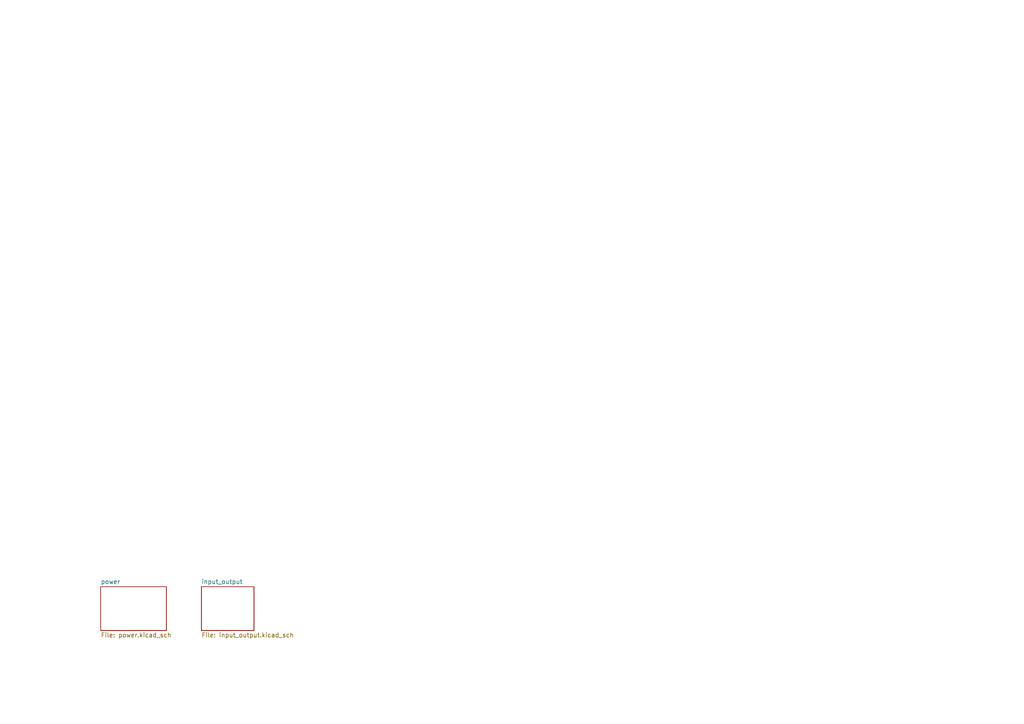
<source format=kicad_sch>
(kicad_sch (version 20211123) (generator eeschema)
  (paper "A4")
  (lib_symbols)
  (sheet (at 29.21 170.18) (size 19.05 12.7) (stroke (width 0.1524))
    (property "Sheet name" "power" (at 29.21 169.4684 0) (effects (justify left bottom)))
    (property "Sheet file" "power.kicad_sch" (at 29.21 183.4646 0) (effects (justify left top)))
  )
  (sheet (at 58.42 170.18) (size 15.24 12.7) (stroke (width 0.1524))
    (property "Sheet name" "input_output" (at 58.42 169.4684 0) (effects (justify left bottom)))
    (property "Sheet file" "input_output.kicad_sch" (at 58.42 183.4646 0) (effects (justify left top)))
  )
)
</source>
